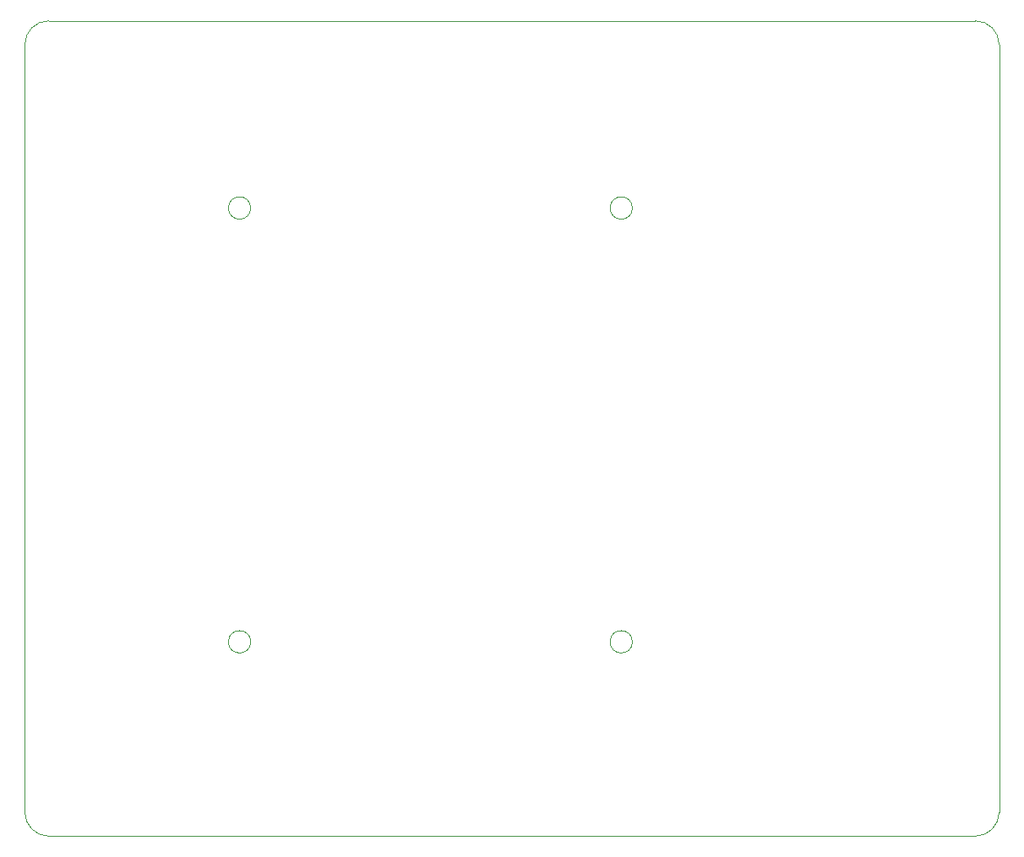
<source format=gm1>
G04 #@! TF.GenerationSoftware,KiCad,Pcbnew,7.0.10*
G04 #@! TF.CreationDate,2024-01-29T23:22:10-08:00*
G04 #@! TF.ProjectId,dilpad,64696c70-6164-42e6-9b69-6361645f7063,rev?*
G04 #@! TF.SameCoordinates,Original*
G04 #@! TF.FileFunction,Profile,NP*
%FSLAX46Y46*%
G04 Gerber Fmt 4.6, Leading zero omitted, Abs format (unit mm)*
G04 Created by KiCad (PCBNEW 7.0.10) date 2024-01-29 23:22:10*
%MOMM*%
%LPD*%
G01*
G04 APERTURE LIST*
G04 #@! TA.AperFunction,Profile*
%ADD10C,0.100000*%
G04 #@! TD*
G04 APERTURE END LIST*
D10*
X188118800Y-88106250D02*
G75*
G03*
X185737500Y-85725000I-2381300J-50D01*
G01*
X185737500Y-167481250D02*
X92868750Y-167481250D01*
X185737500Y-167481250D02*
G75*
G03*
X188118750Y-165100000I0J2381250D01*
G01*
X92868750Y-85725000D02*
X185737500Y-85725000D01*
X151368034Y-104500000D02*
G75*
G03*
X149131966Y-104500000I-1118034J0D01*
G01*
X149131966Y-104500000D02*
G75*
G03*
X151368034Y-104500000I1118034J0D01*
G01*
X151368034Y-148000000D02*
G75*
G03*
X149131966Y-148000000I-1118034J0D01*
G01*
X149131966Y-148000000D02*
G75*
G03*
X151368034Y-148000000I1118034J0D01*
G01*
X92868750Y-85725000D02*
G75*
G03*
X90487500Y-88106250I50J-2381300D01*
G01*
X113118034Y-104500000D02*
G75*
G03*
X110881966Y-104500000I-1118034J0D01*
G01*
X110881966Y-104500000D02*
G75*
G03*
X113118034Y-104500000I1118034J0D01*
G01*
X113118034Y-148000000D02*
G75*
G03*
X110881966Y-148000000I-1118034J0D01*
G01*
X110881966Y-148000000D02*
G75*
G03*
X113118034Y-148000000I1118034J0D01*
G01*
X90487550Y-165100000D02*
G75*
G03*
X92868750Y-167481250I2381250J0D01*
G01*
X90487500Y-165100000D02*
X90487500Y-88106250D01*
X188118750Y-88106250D02*
X188118750Y-165100000D01*
M02*

</source>
